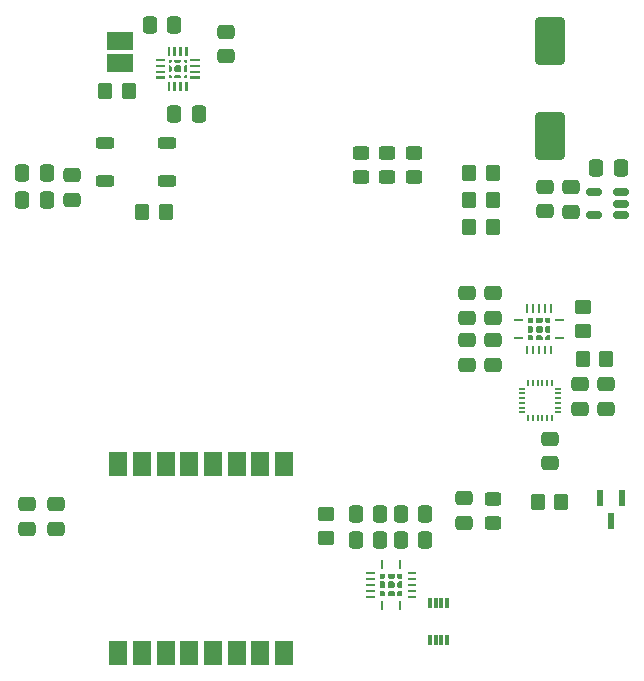
<source format=gbr>
%TF.GenerationSoftware,KiCad,Pcbnew,8.0.8*%
%TF.CreationDate,2025-01-26T18:13:46+07:00*%
%TF.ProjectId,Teensy4.0,5465656e-7379-4342-9e30-2e6b69636164,rev?*%
%TF.SameCoordinates,Original*%
%TF.FileFunction,Paste,Top*%
%TF.FilePolarity,Positive*%
%FSLAX46Y46*%
G04 Gerber Fmt 4.6, Leading zero omitted, Abs format (unit mm)*
G04 Created by KiCad (PCBNEW 8.0.8) date 2025-01-26 18:13:46*
%MOMM*%
%LPD*%
G01*
G04 APERTURE LIST*
G04 Aperture macros list*
%AMRoundRect*
0 Rectangle with rounded corners*
0 $1 Rounding radius*
0 $2 $3 $4 $5 $6 $7 $8 $9 X,Y pos of 4 corners*
0 Add a 4 corners polygon primitive as box body*
4,1,4,$2,$3,$4,$5,$6,$7,$8,$9,$2,$3,0*
0 Add four circle primitives for the rounded corners*
1,1,$1+$1,$2,$3*
1,1,$1+$1,$4,$5*
1,1,$1+$1,$6,$7*
1,1,$1+$1,$8,$9*
0 Add four rect primitives between the rounded corners*
20,1,$1+$1,$2,$3,$4,$5,0*
20,1,$1+$1,$4,$5,$6,$7,0*
20,1,$1+$1,$6,$7,$8,$9,0*
20,1,$1+$1,$8,$9,$2,$3,0*%
G04 Aperture macros list end*
%ADD10C,0.000000*%
%ADD11R,0.300000X0.850000*%
%ADD12RoundRect,0.250000X0.475000X-0.337500X0.475000X0.337500X-0.475000X0.337500X-0.475000X-0.337500X0*%
%ADD13RoundRect,0.250000X-0.475000X0.337500X-0.475000X-0.337500X0.475000X-0.337500X0.475000X0.337500X0*%
%ADD14RoundRect,0.250000X0.350000X0.450000X-0.350000X0.450000X-0.350000X-0.450000X0.350000X-0.450000X0*%
%ADD15RoundRect,0.250000X0.450000X-0.325000X0.450000X0.325000X-0.450000X0.325000X-0.450000X-0.325000X0*%
%ADD16RoundRect,0.250000X-0.350000X-0.450000X0.350000X-0.450000X0.350000X0.450000X-0.350000X0.450000X0*%
%ADD17RoundRect,0.250000X-0.337500X-0.475000X0.337500X-0.475000X0.337500X0.475000X-0.337500X0.475000X0*%
%ADD18RoundRect,0.250000X0.337500X0.475000X-0.337500X0.475000X-0.337500X-0.475000X0.337500X-0.475000X0*%
%ADD19RoundRect,0.050000X-0.225000X-0.050000X0.225000X-0.050000X0.225000X0.050000X-0.225000X0.050000X0*%
%ADD20RoundRect,0.050000X0.050000X-0.225000X0.050000X0.225000X-0.050000X0.225000X-0.050000X-0.225000X0*%
%ADD21RoundRect,0.250000X1.000000X-1.750000X1.000000X1.750000X-1.000000X1.750000X-1.000000X-1.750000X0*%
%ADD22RoundRect,0.250000X0.450000X-0.350000X0.450000X0.350000X-0.450000X0.350000X-0.450000X-0.350000X0*%
%ADD23R,1.500000X2.000000*%
%ADD24R,2.260600X1.498600*%
%ADD25RoundRect,0.250000X-0.450000X0.350000X-0.450000X-0.350000X0.450000X-0.350000X0.450000X0.350000X0*%
%ADD26RoundRect,0.250000X0.525000X0.250000X-0.525000X0.250000X-0.525000X-0.250000X0.525000X-0.250000X0*%
%ADD27RoundRect,0.150000X0.512500X0.150000X-0.512500X0.150000X-0.512500X-0.150000X0.512500X-0.150000X0*%
%ADD28R,0.558800X1.422400*%
G04 APERTURE END LIST*
D10*
%TO.C,U3*%
G36*
X137192640Y-118120153D02*
G01*
X136444356Y-118120153D01*
X136444356Y-117941845D01*
X137192640Y-117941845D01*
X137192640Y-118120153D01*
G37*
G36*
X137192640Y-118620155D02*
G01*
X136444356Y-118620155D01*
X136444356Y-118441847D01*
X137192640Y-118441847D01*
X137192640Y-118620155D01*
G37*
G36*
X137192640Y-119120154D02*
G01*
X136444356Y-119120154D01*
X136444356Y-118941846D01*
X137192640Y-118941846D01*
X137192640Y-119120154D01*
G37*
G36*
X137192640Y-119620153D02*
G01*
X136444356Y-119620153D01*
X136444356Y-119441845D01*
X137192640Y-119441845D01*
X137192640Y-119620153D01*
G37*
G36*
X137192640Y-120120155D02*
G01*
X136444356Y-120120155D01*
X136444356Y-119941847D01*
X137192640Y-119941847D01*
X137192640Y-120120155D01*
G37*
G36*
X137926652Y-117674142D02*
G01*
X137748344Y-117674142D01*
X137748344Y-116925858D01*
X137926652Y-116925858D01*
X137926652Y-117674142D01*
G37*
G36*
X137926652Y-121136142D02*
G01*
X137748344Y-121136142D01*
X137748344Y-120387858D01*
X137926652Y-120387858D01*
X137926652Y-121136142D01*
G37*
G36*
X139426654Y-117674142D02*
G01*
X139248346Y-117674142D01*
X139248346Y-116925858D01*
X139426654Y-116925858D01*
X139426654Y-117674142D01*
G37*
G36*
X139426654Y-121136142D02*
G01*
X139248346Y-121136142D01*
X139248346Y-120387858D01*
X139426654Y-120387858D01*
X139426654Y-121136142D01*
G37*
G36*
X140730642Y-118120153D02*
G01*
X139982358Y-118120153D01*
X139982358Y-117941845D01*
X140730642Y-117941845D01*
X140730642Y-118120153D01*
G37*
G36*
X140730642Y-118620155D02*
G01*
X139982358Y-118620155D01*
X139982358Y-118441847D01*
X140730642Y-118441847D01*
X140730642Y-118620155D01*
G37*
G36*
X140730642Y-119120154D02*
G01*
X139982358Y-119120154D01*
X139982358Y-118941846D01*
X140730642Y-118941846D01*
X140730642Y-119120154D01*
G37*
G36*
X140730642Y-119620153D02*
G01*
X139982358Y-119620153D01*
X139982358Y-119441845D01*
X140730642Y-119441845D01*
X140730642Y-119620153D01*
G37*
G36*
X140730642Y-120120155D02*
G01*
X139982358Y-120120155D01*
X139982358Y-119941847D01*
X140730642Y-119941847D01*
X140730642Y-120120155D01*
G37*
G36*
X138093799Y-118395879D02*
G01*
X137952378Y-118537300D01*
X137637429Y-118537300D01*
X137637429Y-118080930D01*
X138093799Y-118080930D01*
X138093799Y-118395879D01*
G37*
G36*
X138093799Y-119666121D02*
G01*
X138093799Y-119981070D01*
X137637429Y-119981070D01*
X137637429Y-119524700D01*
X137952378Y-119524700D01*
X138093799Y-119666121D01*
G37*
G36*
X139537569Y-118537300D02*
G01*
X139222620Y-118537300D01*
X139081199Y-118395879D01*
X139081199Y-118080930D01*
X139537569Y-118080930D01*
X139537569Y-118537300D01*
G37*
G36*
X139537569Y-119981070D02*
G01*
X139081199Y-119981070D01*
X139081199Y-119666121D01*
X139222620Y-119524700D01*
X139537569Y-119524700D01*
X139537569Y-119981070D01*
G37*
G36*
X138093799Y-118878721D02*
G01*
X138093799Y-119183279D01*
X137952378Y-119324700D01*
X137637429Y-119324700D01*
X137637429Y-118737300D01*
X137952378Y-118737300D01*
X138093799Y-118878721D01*
G37*
G36*
X138881199Y-118395879D02*
G01*
X138739778Y-118537300D01*
X138435220Y-118537300D01*
X138293799Y-118395879D01*
X138293799Y-118080930D01*
X138881199Y-118080930D01*
X138881199Y-118395879D01*
G37*
G36*
X138881199Y-119666121D02*
G01*
X138881199Y-119981070D01*
X138293799Y-119981070D01*
X138293799Y-119666121D01*
X138435220Y-119524700D01*
X138739778Y-119524700D01*
X138881199Y-119666121D01*
G37*
G36*
X139537569Y-119324700D02*
G01*
X139222620Y-119324700D01*
X139081199Y-119183279D01*
X139081199Y-118878721D01*
X139222620Y-118737300D01*
X139537569Y-118737300D01*
X139537569Y-119324700D01*
G37*
G36*
X138881199Y-118878721D02*
G01*
X138881199Y-119183279D01*
X138739778Y-119324700D01*
X138435220Y-119324700D01*
X138293799Y-119183279D01*
X138293799Y-118878721D01*
X138435220Y-118737300D01*
X138739778Y-118737300D01*
X138881199Y-118878721D01*
G37*
%TO.C,U7*%
G36*
X149774142Y-96714152D02*
G01*
X149025858Y-96714152D01*
X149025858Y-96535844D01*
X149774142Y-96535844D01*
X149774142Y-96714152D01*
G37*
G36*
X149774142Y-98214154D02*
G01*
X149025858Y-98214154D01*
X149025858Y-98035846D01*
X149774142Y-98035846D01*
X149774142Y-98214154D01*
G37*
G36*
X150220153Y-95980140D02*
G01*
X150041845Y-95980140D01*
X150041845Y-95231856D01*
X150220153Y-95231856D01*
X150220153Y-95980140D01*
G37*
G36*
X150220153Y-99518142D02*
G01*
X150041845Y-99518142D01*
X150041845Y-98769858D01*
X150220153Y-98769858D01*
X150220153Y-99518142D01*
G37*
G36*
X150720155Y-95980140D02*
G01*
X150541847Y-95980140D01*
X150541847Y-95231856D01*
X150720155Y-95231856D01*
X150720155Y-95980140D01*
G37*
G36*
X150720155Y-99518142D02*
G01*
X150541847Y-99518142D01*
X150541847Y-98769858D01*
X150720155Y-98769858D01*
X150720155Y-99518142D01*
G37*
G36*
X151220154Y-95980140D02*
G01*
X151041846Y-95980140D01*
X151041846Y-95231856D01*
X151220154Y-95231856D01*
X151220154Y-95980140D01*
G37*
G36*
X151220154Y-99518142D02*
G01*
X151041846Y-99518142D01*
X151041846Y-98769858D01*
X151220154Y-98769858D01*
X151220154Y-99518142D01*
G37*
G36*
X151720153Y-95980140D02*
G01*
X151541845Y-95980140D01*
X151541845Y-95231856D01*
X151720153Y-95231856D01*
X151720153Y-95980140D01*
G37*
G36*
X151720153Y-99518142D02*
G01*
X151541845Y-99518142D01*
X151541845Y-98769858D01*
X151720153Y-98769858D01*
X151720153Y-99518142D01*
G37*
G36*
X152220155Y-95980140D02*
G01*
X152041847Y-95980140D01*
X152041847Y-95231856D01*
X152220155Y-95231856D01*
X152220155Y-95980140D01*
G37*
G36*
X152220155Y-99518142D02*
G01*
X152041847Y-99518142D01*
X152041847Y-98769858D01*
X152220155Y-98769858D01*
X152220155Y-99518142D01*
G37*
G36*
X153236142Y-96714152D02*
G01*
X152487858Y-96714152D01*
X152487858Y-96535844D01*
X153236142Y-96535844D01*
X153236142Y-96714152D01*
G37*
G36*
X153236142Y-98214154D02*
G01*
X152487858Y-98214154D01*
X152487858Y-98035846D01*
X153236142Y-98035846D01*
X153236142Y-98214154D01*
G37*
G36*
X150637300Y-96739878D02*
G01*
X150495879Y-96881299D01*
X150180930Y-96881299D01*
X150180930Y-96424929D01*
X150637300Y-96424929D01*
X150637300Y-96739878D01*
G37*
G36*
X150637300Y-98010120D02*
G01*
X150637300Y-98325069D01*
X150180930Y-98325069D01*
X150180930Y-97868699D01*
X150495879Y-97868699D01*
X150637300Y-98010120D01*
G37*
G36*
X152081070Y-96881299D02*
G01*
X151766121Y-96881299D01*
X151624700Y-96739878D01*
X151624700Y-96424929D01*
X152081070Y-96424929D01*
X152081070Y-96881299D01*
G37*
G36*
X152081070Y-98325069D02*
G01*
X151624700Y-98325069D01*
X151624700Y-98010120D01*
X151766121Y-97868699D01*
X152081070Y-97868699D01*
X152081070Y-98325069D01*
G37*
G36*
X150637300Y-97222720D02*
G01*
X150637300Y-97527278D01*
X150495879Y-97668699D01*
X150180930Y-97668699D01*
X150180930Y-97081299D01*
X150495879Y-97081299D01*
X150637300Y-97222720D01*
G37*
G36*
X151424700Y-96739878D02*
G01*
X151283279Y-96881299D01*
X150978721Y-96881299D01*
X150837300Y-96739878D01*
X150837300Y-96424929D01*
X151424700Y-96424929D01*
X151424700Y-96739878D01*
G37*
G36*
X151424700Y-98010120D02*
G01*
X151424700Y-98325069D01*
X150837300Y-98325069D01*
X150837300Y-98010120D01*
X150978721Y-97868699D01*
X151283279Y-97868699D01*
X151424700Y-98010120D01*
G37*
G36*
X152081070Y-97668699D02*
G01*
X151766121Y-97668699D01*
X151624700Y-97527278D01*
X151624700Y-97222720D01*
X151766121Y-97081299D01*
X152081070Y-97081299D01*
X152081070Y-97668699D01*
G37*
G36*
X151424700Y-97222720D02*
G01*
X151424700Y-97527278D01*
X151283279Y-97668699D01*
X150978721Y-97668699D01*
X150837300Y-97527278D01*
X150837300Y-97222720D01*
X150978721Y-97081299D01*
X151283279Y-97081299D01*
X151424700Y-97222720D01*
G37*
%TO.C,U4*%
G36*
X119448889Y-74715110D02*
G01*
X118648674Y-74715110D01*
X118648674Y-74484892D01*
X119448889Y-74484892D01*
X119448889Y-74715110D01*
G37*
G36*
X119448889Y-75215109D02*
G01*
X118648674Y-75215109D01*
X118648674Y-74984894D01*
X119448889Y-74984894D01*
X119448889Y-75215109D01*
G37*
G36*
X119448889Y-75715108D02*
G01*
X118648674Y-75715108D01*
X118648674Y-75484893D01*
X119448889Y-75484893D01*
X119448889Y-75715108D01*
G37*
G36*
X119448889Y-76215110D02*
G01*
X118648674Y-76215110D01*
X118648674Y-75984892D01*
X119448889Y-75984892D01*
X119448889Y-76215110D01*
G37*
G36*
X119888700Y-74275109D02*
G01*
X119658484Y-74275109D01*
X119658484Y-73474894D01*
X119888700Y-73474894D01*
X119888700Y-74275109D01*
G37*
G36*
X119888700Y-77225108D02*
G01*
X119658484Y-77225108D01*
X119658484Y-76424893D01*
X119888700Y-76424893D01*
X119888700Y-77225108D01*
G37*
G36*
X120388826Y-74275109D02*
G01*
X120158610Y-74275109D01*
X120158610Y-73474894D01*
X120388826Y-73474894D01*
X120388826Y-74275109D01*
G37*
G36*
X120388826Y-77225108D02*
G01*
X120158610Y-77225108D01*
X120158610Y-76424893D01*
X120388826Y-76424893D01*
X120388826Y-77225108D01*
G37*
G36*
X120888952Y-74275109D02*
G01*
X120658736Y-74275109D01*
X120658736Y-73474894D01*
X120888952Y-73474894D01*
X120888952Y-74275109D01*
G37*
G36*
X120888952Y-77225108D02*
G01*
X120658736Y-77225108D01*
X120658736Y-76424893D01*
X120888952Y-76424893D01*
X120888952Y-77225108D01*
G37*
G36*
X121389078Y-74275109D02*
G01*
X121158862Y-74275109D01*
X121158862Y-73474894D01*
X121389078Y-73474894D01*
X121389078Y-74275109D01*
G37*
G36*
X121389078Y-77225108D02*
G01*
X121158862Y-77225108D01*
X121158862Y-76424893D01*
X121389078Y-76424893D01*
X121389078Y-77225108D01*
G37*
G36*
X122398888Y-74715110D02*
G01*
X121598673Y-74715110D01*
X121598673Y-74484892D01*
X122398888Y-74484892D01*
X122398888Y-74715110D01*
G37*
G36*
X122398888Y-75215109D02*
G01*
X121598673Y-75215109D01*
X121598673Y-74984894D01*
X122398888Y-74984894D01*
X122398888Y-75215109D01*
G37*
G36*
X122398888Y-75715108D02*
G01*
X121598673Y-75715108D01*
X121598673Y-75484893D01*
X122398888Y-75484893D01*
X122398888Y-75715108D01*
G37*
G36*
X122398888Y-76215110D02*
G01*
X121598673Y-76215110D01*
X121598673Y-75984892D01*
X122398888Y-75984892D01*
X122398888Y-76215110D01*
G37*
G36*
X120030081Y-74714880D02*
G01*
X119888660Y-74856301D01*
X119748711Y-74856301D01*
X119748711Y-74574931D01*
X120030081Y-74574931D01*
X120030081Y-74714880D01*
G37*
G36*
X120030081Y-75985122D02*
G01*
X120030081Y-76125071D01*
X119748711Y-76125071D01*
X119748711Y-75843701D01*
X119888660Y-75843701D01*
X120030081Y-75985122D01*
G37*
G36*
X121298851Y-74856301D02*
G01*
X121158902Y-74856301D01*
X121017481Y-74714880D01*
X121017481Y-74574931D01*
X121298851Y-74574931D01*
X121298851Y-74856301D01*
G37*
G36*
X121298851Y-76125071D02*
G01*
X121017481Y-76125071D01*
X121017481Y-75985122D01*
X121158902Y-75843701D01*
X121298851Y-75843701D01*
X121298851Y-76125071D01*
G37*
G36*
X120030081Y-75197722D02*
G01*
X120030081Y-75502280D01*
X119888660Y-75643701D01*
X119748711Y-75643701D01*
X119748711Y-75056301D01*
X119888660Y-75056301D01*
X120030081Y-75197722D01*
G37*
G36*
X120817481Y-74714880D02*
G01*
X120676060Y-74856301D01*
X120371502Y-74856301D01*
X120230081Y-74714880D01*
X120230081Y-74574931D01*
X120817481Y-74574931D01*
X120817481Y-74714880D01*
G37*
G36*
X120817481Y-75985122D02*
G01*
X120817481Y-76125071D01*
X120230081Y-76125071D01*
X120230081Y-75985122D01*
X120371502Y-75843701D01*
X120676060Y-75843701D01*
X120817481Y-75985122D01*
G37*
G36*
X121298851Y-75643701D02*
G01*
X121158902Y-75643701D01*
X121017481Y-75502280D01*
X121017481Y-75197722D01*
X121158902Y-75056301D01*
X121298851Y-75056301D01*
X121298851Y-75643701D01*
G37*
G36*
X120817481Y-75197722D02*
G01*
X120817481Y-75502280D01*
X120676060Y-75643701D01*
X120371502Y-75643701D01*
X120230081Y-75502280D01*
X120230081Y-75197722D01*
X120371502Y-75056301D01*
X120676060Y-75056301D01*
X120817481Y-75197722D01*
G37*
%TD*%
D11*
%TO.C,IC2*%
X143350000Y-120550000D03*
X142850000Y-120550000D03*
X142350000Y-120550000D03*
X141850000Y-120550000D03*
X141850000Y-123700000D03*
X142350000Y-123700000D03*
X142850000Y-123700000D03*
X143350000Y-123700000D03*
%TD*%
D12*
%TO.C,C24*%
X145000000Y-96400000D03*
X145000000Y-94325000D03*
%TD*%
D13*
%TO.C,C23*%
X147200000Y-94325000D03*
X147200000Y-96400000D03*
%TD*%
D14*
%TO.C,R11*%
X147200000Y-86450000D03*
X145200000Y-86450000D03*
%TD*%
D15*
%TO.C,5V*%
X138250000Y-84525000D03*
X138250000Y-82475000D03*
%TD*%
D16*
%TO.C,R1*%
X114373718Y-77225002D03*
X116373718Y-77225002D03*
%TD*%
D14*
%TO.C,R2*%
X156800000Y-99925000D03*
X154800000Y-99925000D03*
%TD*%
D17*
%TO.C,C17*%
X139400000Y-115250000D03*
X141475000Y-115250000D03*
%TD*%
D18*
%TO.C,C2*%
X109437500Y-84200000D03*
X107362500Y-84200000D03*
%TD*%
D19*
%TO.C,U6*%
X149700000Y-102425000D03*
X149700000Y-102825000D03*
X149700000Y-103225000D03*
X149700000Y-103625000D03*
X149700000Y-104025000D03*
X149700000Y-104425000D03*
D20*
X150200000Y-104925000D03*
X150600000Y-104925000D03*
X151000000Y-104925000D03*
X151400000Y-104925000D03*
X151800000Y-104925000D03*
X152200000Y-104925000D03*
D19*
X152700000Y-104425000D03*
X152700000Y-104025000D03*
X152700000Y-103625000D03*
X152700000Y-103225000D03*
X152700000Y-102825000D03*
X152700000Y-102425000D03*
D20*
X152200000Y-101925000D03*
X151800000Y-101925000D03*
X151400000Y-101925000D03*
X151000000Y-101925000D03*
X150600000Y-101925000D03*
X150200000Y-101925000D03*
%TD*%
D14*
%TO.C,R13*%
X147200000Y-84200000D03*
X145200000Y-84200000D03*
%TD*%
D17*
%TO.C,C21*%
X135600000Y-115250000D03*
X137675000Y-115250000D03*
%TD*%
D12*
%TO.C,C18*%
X154610000Y-104137500D03*
X154610000Y-102062500D03*
%TD*%
%TO.C,C14*%
X111600000Y-86437500D03*
X111600000Y-84362500D03*
%TD*%
D21*
%TO.C,C13*%
X152000000Y-81000000D03*
X152000000Y-73000000D03*
%TD*%
D12*
%TO.C,C16*%
X145025000Y-100387500D03*
X145025000Y-98312500D03*
%TD*%
D14*
%TO.C,R3*%
X147200000Y-88700000D03*
X145200000Y-88700000D03*
%TD*%
D22*
%TO.C,R9*%
X133112500Y-115050000D03*
X133112500Y-113050000D03*
%TD*%
D12*
%TO.C,C3*%
X107800000Y-114287500D03*
X107800000Y-112212500D03*
%TD*%
D15*
%TO.C,VCC*%
X140500000Y-84525000D03*
X140500000Y-82475000D03*
%TD*%
D12*
%TO.C,C7*%
X152010000Y-108737500D03*
X152010000Y-106662500D03*
%TD*%
%TO.C,C11*%
X151600000Y-87387500D03*
X151600000Y-85312500D03*
%TD*%
D14*
%TO.C,R7*%
X119500000Y-87500000D03*
X117500000Y-87500000D03*
%TD*%
D23*
%TO.C,U2*%
X115500000Y-124800000D03*
X117500000Y-124800000D03*
X119500000Y-124800000D03*
X121500000Y-124800000D03*
X123500000Y-124800000D03*
X125500000Y-124800000D03*
X127500000Y-124800000D03*
X129500000Y-124800000D03*
X129500000Y-108800000D03*
X127500000Y-108800000D03*
X125500000Y-108800000D03*
X123500000Y-108800000D03*
X121500000Y-108800000D03*
X119500000Y-108800000D03*
X117500000Y-108800000D03*
X115500000Y-108800000D03*
%TD*%
D13*
%TO.C,C6*%
X124573718Y-72187502D03*
X124573718Y-74262502D03*
%TD*%
D17*
%TO.C,C20*%
X135600000Y-113000000D03*
X137675000Y-113000000D03*
%TD*%
D16*
%TO.C,R4*%
X151000000Y-112000000D03*
X153000000Y-112000000D03*
%TD*%
D18*
%TO.C,C8*%
X158025000Y-83712500D03*
X155950000Y-83712500D03*
%TD*%
D12*
%TO.C,C15*%
X110250000Y-114287500D03*
X110250000Y-112212500D03*
%TD*%
D24*
%TO.C,L1*%
X115673718Y-72972502D03*
X115673718Y-74877502D03*
%TD*%
D25*
%TO.C,R14*%
X154800000Y-95525000D03*
X154800000Y-97525000D03*
%TD*%
D26*
%TO.C,button*%
X119625000Y-84850000D03*
X114375000Y-84850000D03*
X119625000Y-81650000D03*
X114375000Y-81650000D03*
%TD*%
D12*
%TO.C,C19*%
X156810000Y-104137500D03*
X156810000Y-102062500D03*
%TD*%
D27*
%TO.C,U5*%
X158075000Y-87700000D03*
X158075000Y-86750000D03*
X158075000Y-85800000D03*
X155800000Y-85800000D03*
X155800000Y-87700000D03*
%TD*%
D17*
%TO.C,C5*%
X120236218Y-79125002D03*
X122311218Y-79125002D03*
%TD*%
D15*
%TO.C,D3*%
X147250000Y-113775000D03*
X147250000Y-111725000D03*
%TD*%
D12*
%TO.C,C12*%
X153822500Y-87425000D03*
X153822500Y-85350000D03*
%TD*%
D28*
%TO.C,U8*%
X158152500Y-111669600D03*
X156247500Y-111669600D03*
X157200000Y-113600000D03*
%TD*%
D17*
%TO.C,C4*%
X118136218Y-71625002D03*
X120211218Y-71625002D03*
%TD*%
%TO.C,C10*%
X139400000Y-113000000D03*
X141475000Y-113000000D03*
%TD*%
D13*
%TO.C,C22*%
X147200000Y-98325000D03*
X147200000Y-100400000D03*
%TD*%
D18*
%TO.C,C1*%
X109437500Y-86450000D03*
X107362500Y-86450000D03*
%TD*%
D12*
%TO.C,C9*%
X144750000Y-113787500D03*
X144750000Y-111712500D03*
%TD*%
D15*
%TO.C,3V*%
X136000000Y-84525000D03*
X136000000Y-82475000D03*
%TD*%
M02*

</source>
